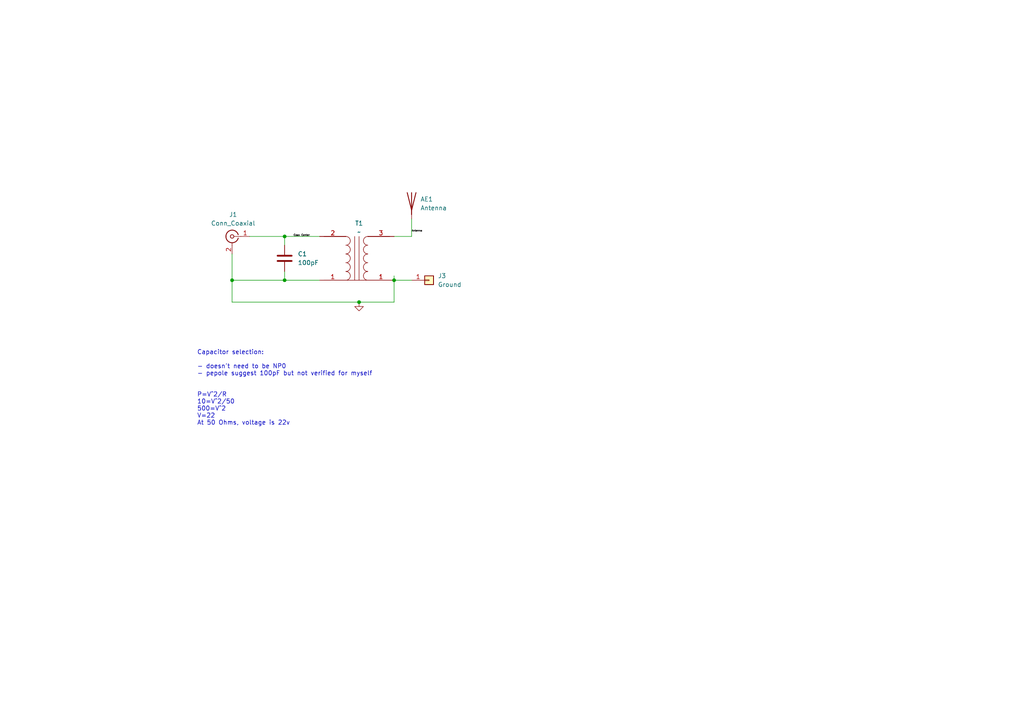
<source format=kicad_sch>
(kicad_sch (version 20231120) (generator "eeschema") (generator_version "8.0")
  (paper "A4")
  (title_block (title "Portable EFHW") (date "${date}") (rev "${version}") (company "VK3XE") (comment 1 "${git_hash}"))
  (lib_symbols
    (symbol "Connector:Conn_Coaxial" (pin_names (offset 1.016) hide)
      (property "Reference" "J" (at 0.254 3.048 0))
      (property "Value" "Conn_Coaxial" (at 2.921 0 90))
      (symbol "Conn_Coaxial_0_1"
        (arc (start -1.778 -0.508) (mid 0.2311 -1.8066) (end 1.778 0) (stroke (width 0.254)))
        (polyline (pts (xy -2.54 0) (xy -0.508 0)))
        (polyline (pts (xy 0 -2.54) (xy 0 -1.778)))
        (circle (center 0 0) (radius 0.508) (stroke (width 0.2032)))
        (arc (start 1.778 0) (mid 0.2099 1.8101) (end -1.778 0.508) (stroke (width 0.254)))
      )
      (symbol "Conn_Coaxial_1_1"
        (pin passive line (at -5.08 0 0) (length 2.54) (name "In") (number "1"))
        (pin passive line (at 0 -5.08 90) (length 2.54) (name "Ext") (number "2"))
      )
    )
    (symbol "Connector_Generic:Conn_01x01" (pin_names (offset 1.016) hide)
      (property "Reference" "J" (at 0 2.54 0))
      (property "Value" "Conn_01x01" (at 0 -2.54 0))
      (symbol "Conn_01x01_1_1"
        (rectangle (start -1.27 0.127) (end 0 -0.127) (stroke (width 0.1524)))
        (rectangle (start -1.27 1.27) (end 1.27 -1.27) (stroke (width 0.254)) (fill (type background)))
        (pin passive line (at -5.08 0 0) (length 3.81) (name "Pin_1") (number "1"))
      )
    )
    (symbol "Device:Antenna" (pin_numbers hide) (pin_names (offset 1.016) hide)
      (property "Reference" "AE" (at -1.905 1.905 0))
      (property "Value" "Antenna" (at -1.905 0 0))
      (symbol "Antenna_0_1"
        (polyline (pts (xy 0 2.54) (xy 0 -3.81)) (stroke (width 0.254)))
        (polyline (pts (xy 1.27 2.54) (xy 0 -2.54) (xy -1.27 2.54)) (stroke (width 0.254)))
      )
      (symbol "Antenna_1_1"
        (pin input line (at 0 -5.08 90) (length 2.54) (name "A") (number "1"))
      )
    )
    (symbol "Device:C" (pin_numbers hide) (pin_names (offset 0.254))
      (property "Reference" "C" (at 0.635 2.54 0))
      (property "Value" "C" (at 0.635 -2.54 0))
      (symbol "C_0_1"
        (polyline (pts (xy -2.032 -0.762) (xy 2.032 -0.762)) (stroke (width 0.508)))
        (polyline (pts (xy -2.032 0.762) (xy 2.032 0.762)) (stroke (width 0.508)))
      )
      (symbol "C_1_1"
        (pin passive line (at 0 3.81 270) (length 2.794) (name "~") (number "1"))
        (pin passive line (at 0 -3.81 90) (length 2.794) (name "~") (number "2"))
      )
    )
    (symbol "ProjectLocal:EFHW-Transformer" (pin_names hide)
      (property "Reference" "T" (at 0 0 0))
      (symbol "EFHW-Transformer_0_1"
        (arc (start -6.3499 -21.5899) (mid -5.4519 -21.2179) (end -5.0799 -20.3199))
        (arc (start -6.3499 -19.0499) (mid -5.4519 -18.6779) (end -5.0799 -17.7799))
        (arc (start -6.3499 -16.5099) (mid -5.4519 -16.1379) (end -5.0799 -15.2399))
        (arc (start -6.3499 -13.9699) (mid -5.4519 -13.5979) (end -5.0799 -12.6999))
        (arc (start -6.35 -11.43) (mid -5.452 -11.058) (end -5.08 -10.16))
        (arc (start -5.0799 -20.3199) (mid -5.4519 -19.4219) (end -6.3499 -19.0499))
        (arc (start -5.0799 -17.7799) (mid -5.4519 -16.8819) (end -6.3499 -16.5099))
        (arc (start -5.0799 -15.2399) (mid -5.4519 -14.3419) (end -6.3499 -13.9699))
        (arc (start -5.0799 -12.6999) (mid -5.4519 -11.8019) (end -6.3499 -11.4299))
        (arc (start -5.08 -10.16) (mid -5.452 -9.262) (end -6.35 -8.89))
        (arc (start -1.2701 -20.3199) (mid -0.8981 -21.2179) (end -0.0001 -21.5899))
        (arc (start -1.2701 -17.7799) (mid -0.8981 -18.6779) (end -0.0001 -19.0499))
        (arc (start -1.2701 -15.2399) (mid -0.8981 -16.1379) (end -0.0001 -16.5099))
        (arc (start -1.2701 -12.6999) (mid -0.8981 -13.5979) (end -0.0001 -13.9699))
        (arc (start -1.27 -10.16) (mid -0.898 -11.058) (end 0 -11.43))
        (arc (start -0.0001 -19.0499) (mid -0.8981 -19.4219) (end -1.2701 -20.3199))
        (arc (start -0.0001 -16.5099) (mid -0.8981 -16.8819) (end -1.2701 -17.7799))
        (arc (start -0.0001 -13.9699) (mid -0.8981 -14.3419) (end -1.2701 -15.2399))
        (arc (start -0.0001 -11.4299) (mid -0.8981 -11.8019) (end -1.2701 -12.6999))
        (arc (start 0 -8.89) (mid -0.898 -9.262) (end -1.27 -10.16))
        (polyline (pts (xy -12.7 -21.59) (xy 7.62 -21.59)))
        (polyline (pts (xy -6.35 -8.89) (xy -12.7 -8.89)))
        (polyline (pts (xy -3.81 -21.59) (xy -3.81 -8.89)))
        (polyline (pts (xy -2.54 -21.59) (xy -2.54 -8.89)))
        (polyline (pts (xy 0 -8.89) (xy 6.35 -8.89)))
      )
      (symbol "EFHW-Transformer_1_1"
        (pin passive line (at -13.97 -21.59 0) (length 7.62) (name "GND") (number "1"))
        (pin passive line (at 7.62 -21.59 180) (length 7.62) (name "GND") (number "1"))
        (pin passive line (at -13.97 -8.89 0) (length 7.62) (name "2") (number "2"))
        (pin passive line (at 7.62 -8.89 180) (length 7.62) (name "3") (number "3"))
      )
    )
    (symbol "power:GND" (power) (pin_numbers hide) (pin_names (offset 0) hide)
      (property "Value" "GND" (at 0 -3.81 0))
      (symbol "GND_0_1"
        (polyline (pts (xy 0 0) (xy 0 -1.27) (xy 1.27 -1.27) (xy 0 -2.54) (xy -1.27 -1.27) (xy 0 -1.27)))
      )
      (symbol "GND_1_1"
        (pin power_in line (at 0 0 270) (length 0) (name "~") (number "1"))
      )
    )
  )
  (junction (at 82.55 68.58))
  (junction (at 82.55 81.28))
  (junction (at 67.31 81.28))
  (junction (at 104.14 87.63))
  (junction (at 114.3 81.28))
  (wire (pts (xy 119.38 63.5) (xy 119.38 68.58)))
  (wire (pts (xy 114.3 81.28) (xy 119.38 81.28)))
  (wire (pts (xy 72.39 68.58) (xy 82.55 68.58)))
  (wire (pts (xy 67.31 73.66) (xy 67.31 81.28)))
  (wire (pts (xy 114.3 68.58) (xy 119.38 68.58)))
  (wire (pts (xy 114.3 81.28) (xy 114.3 87.63)))
  (wire (pts (xy 67.31 81.28) (xy 82.55 81.28)))
  (wire (pts (xy 67.31 87.63) (xy 67.31 81.28)))
  (wire (pts (xy 82.55 68.58) (xy 92.71 68.58)))
  (wire (pts (xy 114.3 87.63) (xy 104.14 87.63)))
  (wire (pts (xy 82.55 78.74) (xy 82.55 81.28)))
  (wire (pts (xy 82.55 81.28) (xy 92.71 81.28)))
  (wire (pts (xy 82.55 68.58) (xy 82.55 71.12)))
  (wire (pts (xy 104.14 87.63) (xy 67.31 87.63)))
  (wire (pts (xy 114.3 80.01) (xy 114.3 81.28)))
  (text "Capacitor selection:\n\n- doesn't need to be NP0\n- pepole suggest 100pF but not verified for myself\n\n\nP=V^2/R\n10=V^2/50\n500=V^2\nV=22\nAt 50 Ohms, voltage is 22v\n" (at 57.15 112.522 0) (effects (font (size 1.27 1.27)) (justify left)))
  (label "Antenna" (at 119.38 67.31 0) (effects (font (size 0.508 0.508))))
  (label "Coax Center" (at 85.09 68.58 0) (effects (font (size 0.508 0.508))))
  (symbol (lib_id "Device:Antenna") (at 119.38 58.42 0) (unit 1)
    (property "Reference" "AE1" (at 121.92 57.7849 0) (effects (justify left)))
    (property "Value" "Antenna" (at 121.92 60.3249 0) (effects (justify left)))
    (property "Footprint" "Connector_Wire:SolderWire-0.1sqmm_1x01_D0.4mm_OD1mm_Relief2x" (effects (hide yes)))
    (property "Description" "Antenna" (effects (hide yes)))
  )
  (symbol (lib_id "power:GND") (at 104.14 87.63 0) (unit 1)
    (property "Reference" "#PWR01" (effects (hide yes)))
    (property "Value" "GND" (effects (hide yes)))
    (property "Description" "Power symbol creates a global label with name \"GND\" , ground" (effects (hide yes)))
  )
  (symbol (lib_id "Connector_Generic:Conn_01x01") (at 124.46 81.28 0) (unit 1)
    (property "Reference" "J3" (at 127 80.0099 0) (effects (justify left)))
    (property "Value" "Ground" (at 127 82.5499 0) (effects (justify left)))
    (property "Footprint" "Connector_Wire:SolderWire-0.1sqmm_1x01_D0.4mm_OD1mm_Relief2x" (effects (hide yes)))
    (property "Description" "Generic connector, single row, 01x01, script generated (kicad-library-utils/schlib/autogen/connector/)" (effects (hide yes)))
  )
  (symbol (lib_id "ProjectLocal:EFHW-Transformer") (at 106.68 59.69 0) (unit 1)
    (property "Reference" "T1" (at 104.14 64.77 0))
    (property "Value" "~" (at 104.14 67.31 0))
    (property "Footprint" "ProjectLocal:FerriteCore" (effects (hide yes)))
  )
  (symbol (lib_id "Connector:Conn_Coaxial") (at 67.31 68.58 0) (mirror y) (unit 1)
    (property "Reference" "J1" (at 67.6274 62.23 0))
    (property "Value" "Conn_Coaxial" (at 67.6274 64.77 0))
    (property "Footprint" "Connector_Coaxial:BNC_Amphenol_B6252HB-NPP3G-50_Horizontal" (effects (hide yes)))
    (property "Description" "coaxial connector (BNC, SMA, SMB, SMC, Cinch/RCA, LEMO, ...)" (effects (hide yes)))
    (property "MPN" "CONBNC002" (effects (hide yes)))
    (property "Mouser#" "712-CONBNC002" (effects (hide yes)))
  )
  (symbol (lib_id "Device:C") (at 82.55 74.93 0) (unit 1)
    (property "Reference" "C1" (at 86.36 73.6599 0) (effects (justify left)))
    (property "Value" "100pF" (at 86.36 76.1999 0) (effects (justify left)))
    (property "Footprint" "Capacitor_SMD:C_0805_2012Metric_Pad1.18x1.45mm_HandSolder" (effects (hide yes)))
    (property "Description" "Unpolarized capacitor" (effects (hide yes)))
  )
)
</source>
